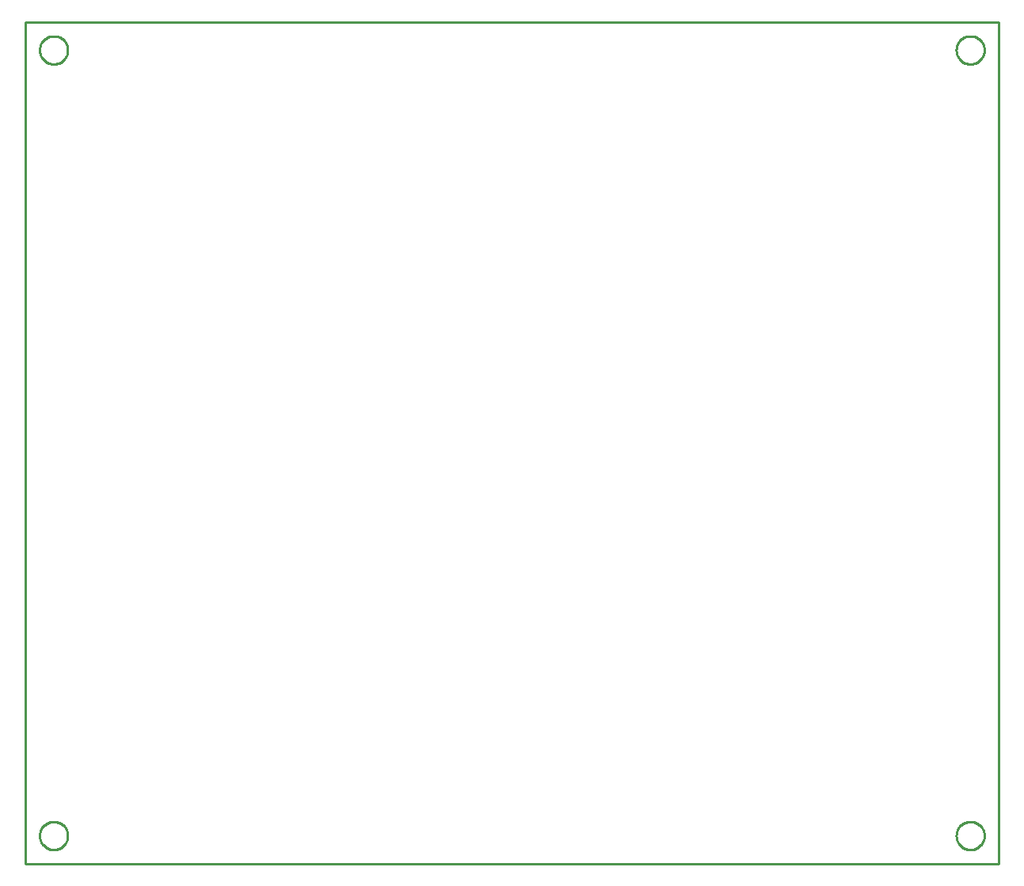
<source format=gbr>
G04 EAGLE Gerber RS-274X export*
G75*
%MOMM*%
%FSLAX34Y34*%
%LPD*%
%IN*%
%IPPOS*%
%AMOC8*
5,1,8,0,0,1.08239X$1,22.5*%
G01*
%ADD10C,0.254000*%


D10*
X0Y0D02*
X1040000Y0D01*
X1040000Y900000D01*
X0Y900000D01*
X0Y0D01*
X45000Y869464D02*
X44924Y868396D01*
X44771Y867335D01*
X44543Y866288D01*
X44241Y865260D01*
X43867Y864256D01*
X43422Y863281D01*
X42908Y862341D01*
X42329Y861440D01*
X41687Y860582D01*
X40985Y859772D01*
X40228Y859015D01*
X39418Y858313D01*
X38560Y857671D01*
X37659Y857092D01*
X36719Y856578D01*
X35744Y856133D01*
X34740Y855759D01*
X33712Y855457D01*
X32665Y855229D01*
X31604Y855076D01*
X30536Y855000D01*
X29464Y855000D01*
X28396Y855076D01*
X27335Y855229D01*
X26288Y855457D01*
X25260Y855759D01*
X24256Y856133D01*
X23281Y856578D01*
X22341Y857092D01*
X21440Y857671D01*
X20582Y858313D01*
X19772Y859015D01*
X19015Y859772D01*
X18313Y860582D01*
X17671Y861440D01*
X17092Y862341D01*
X16578Y863281D01*
X16133Y864256D01*
X15759Y865260D01*
X15457Y866288D01*
X15229Y867335D01*
X15076Y868396D01*
X15000Y869464D01*
X15000Y870536D01*
X15076Y871604D01*
X15229Y872665D01*
X15457Y873712D01*
X15759Y874740D01*
X16133Y875744D01*
X16578Y876719D01*
X17092Y877659D01*
X17671Y878560D01*
X18313Y879418D01*
X19015Y880228D01*
X19772Y880985D01*
X20582Y881687D01*
X21440Y882329D01*
X22341Y882908D01*
X23281Y883422D01*
X24256Y883867D01*
X25260Y884241D01*
X26288Y884543D01*
X27335Y884771D01*
X28396Y884924D01*
X29464Y885000D01*
X30536Y885000D01*
X31604Y884924D01*
X32665Y884771D01*
X33712Y884543D01*
X34740Y884241D01*
X35744Y883867D01*
X36719Y883422D01*
X37659Y882908D01*
X38560Y882329D01*
X39418Y881687D01*
X40228Y880985D01*
X40985Y880228D01*
X41687Y879418D01*
X42329Y878560D01*
X42908Y877659D01*
X43422Y876719D01*
X43867Y875744D01*
X44241Y874740D01*
X44543Y873712D01*
X44771Y872665D01*
X44924Y871604D01*
X45000Y870536D01*
X45000Y869464D01*
X1025000Y869464D02*
X1024924Y868396D01*
X1024771Y867335D01*
X1024543Y866288D01*
X1024241Y865260D01*
X1023867Y864256D01*
X1023422Y863281D01*
X1022908Y862341D01*
X1022329Y861440D01*
X1021687Y860582D01*
X1020985Y859772D01*
X1020228Y859015D01*
X1019418Y858313D01*
X1018560Y857671D01*
X1017659Y857092D01*
X1016719Y856578D01*
X1015744Y856133D01*
X1014740Y855759D01*
X1013712Y855457D01*
X1012665Y855229D01*
X1011604Y855076D01*
X1010536Y855000D01*
X1009464Y855000D01*
X1008396Y855076D01*
X1007335Y855229D01*
X1006288Y855457D01*
X1005260Y855759D01*
X1004256Y856133D01*
X1003281Y856578D01*
X1002341Y857092D01*
X1001440Y857671D01*
X1000582Y858313D01*
X999772Y859015D01*
X999015Y859772D01*
X998313Y860582D01*
X997671Y861440D01*
X997092Y862341D01*
X996578Y863281D01*
X996133Y864256D01*
X995759Y865260D01*
X995457Y866288D01*
X995229Y867335D01*
X995076Y868396D01*
X995000Y869464D01*
X995000Y870536D01*
X995076Y871604D01*
X995229Y872665D01*
X995457Y873712D01*
X995759Y874740D01*
X996133Y875744D01*
X996578Y876719D01*
X997092Y877659D01*
X997671Y878560D01*
X998313Y879418D01*
X999015Y880228D01*
X999772Y880985D01*
X1000582Y881687D01*
X1001440Y882329D01*
X1002341Y882908D01*
X1003281Y883422D01*
X1004256Y883867D01*
X1005260Y884241D01*
X1006288Y884543D01*
X1007335Y884771D01*
X1008396Y884924D01*
X1009464Y885000D01*
X1010536Y885000D01*
X1011604Y884924D01*
X1012665Y884771D01*
X1013712Y884543D01*
X1014740Y884241D01*
X1015744Y883867D01*
X1016719Y883422D01*
X1017659Y882908D01*
X1018560Y882329D01*
X1019418Y881687D01*
X1020228Y880985D01*
X1020985Y880228D01*
X1021687Y879418D01*
X1022329Y878560D01*
X1022908Y877659D01*
X1023422Y876719D01*
X1023867Y875744D01*
X1024241Y874740D01*
X1024543Y873712D01*
X1024771Y872665D01*
X1024924Y871604D01*
X1025000Y870536D01*
X1025000Y869464D01*
X45000Y29464D02*
X44924Y28396D01*
X44771Y27335D01*
X44543Y26288D01*
X44241Y25260D01*
X43867Y24256D01*
X43422Y23281D01*
X42908Y22341D01*
X42329Y21440D01*
X41687Y20582D01*
X40985Y19772D01*
X40228Y19015D01*
X39418Y18313D01*
X38560Y17671D01*
X37659Y17092D01*
X36719Y16578D01*
X35744Y16133D01*
X34740Y15759D01*
X33712Y15457D01*
X32665Y15229D01*
X31604Y15076D01*
X30536Y15000D01*
X29464Y15000D01*
X28396Y15076D01*
X27335Y15229D01*
X26288Y15457D01*
X25260Y15759D01*
X24256Y16133D01*
X23281Y16578D01*
X22341Y17092D01*
X21440Y17671D01*
X20582Y18313D01*
X19772Y19015D01*
X19015Y19772D01*
X18313Y20582D01*
X17671Y21440D01*
X17092Y22341D01*
X16578Y23281D01*
X16133Y24256D01*
X15759Y25260D01*
X15457Y26288D01*
X15229Y27335D01*
X15076Y28396D01*
X15000Y29464D01*
X15000Y30536D01*
X15076Y31604D01*
X15229Y32665D01*
X15457Y33712D01*
X15759Y34740D01*
X16133Y35744D01*
X16578Y36719D01*
X17092Y37659D01*
X17671Y38560D01*
X18313Y39418D01*
X19015Y40228D01*
X19772Y40985D01*
X20582Y41687D01*
X21440Y42329D01*
X22341Y42908D01*
X23281Y43422D01*
X24256Y43867D01*
X25260Y44241D01*
X26288Y44543D01*
X27335Y44771D01*
X28396Y44924D01*
X29464Y45000D01*
X30536Y45000D01*
X31604Y44924D01*
X32665Y44771D01*
X33712Y44543D01*
X34740Y44241D01*
X35744Y43867D01*
X36719Y43422D01*
X37659Y42908D01*
X38560Y42329D01*
X39418Y41687D01*
X40228Y40985D01*
X40985Y40228D01*
X41687Y39418D01*
X42329Y38560D01*
X42908Y37659D01*
X43422Y36719D01*
X43867Y35744D01*
X44241Y34740D01*
X44543Y33712D01*
X44771Y32665D01*
X44924Y31604D01*
X45000Y30536D01*
X45000Y29464D01*
X1025000Y29464D02*
X1024924Y28396D01*
X1024771Y27335D01*
X1024543Y26288D01*
X1024241Y25260D01*
X1023867Y24256D01*
X1023422Y23281D01*
X1022908Y22341D01*
X1022329Y21440D01*
X1021687Y20582D01*
X1020985Y19772D01*
X1020228Y19015D01*
X1019418Y18313D01*
X1018560Y17671D01*
X1017659Y17092D01*
X1016719Y16578D01*
X1015744Y16133D01*
X1014740Y15759D01*
X1013712Y15457D01*
X1012665Y15229D01*
X1011604Y15076D01*
X1010536Y15000D01*
X1009464Y15000D01*
X1008396Y15076D01*
X1007335Y15229D01*
X1006288Y15457D01*
X1005260Y15759D01*
X1004256Y16133D01*
X1003281Y16578D01*
X1002341Y17092D01*
X1001440Y17671D01*
X1000582Y18313D01*
X999772Y19015D01*
X999015Y19772D01*
X998313Y20582D01*
X997671Y21440D01*
X997092Y22341D01*
X996578Y23281D01*
X996133Y24256D01*
X995759Y25260D01*
X995457Y26288D01*
X995229Y27335D01*
X995076Y28396D01*
X995000Y29464D01*
X995000Y30536D01*
X995076Y31604D01*
X995229Y32665D01*
X995457Y33712D01*
X995759Y34740D01*
X996133Y35744D01*
X996578Y36719D01*
X997092Y37659D01*
X997671Y38560D01*
X998313Y39418D01*
X999015Y40228D01*
X999772Y40985D01*
X1000582Y41687D01*
X1001440Y42329D01*
X1002341Y42908D01*
X1003281Y43422D01*
X1004256Y43867D01*
X1005260Y44241D01*
X1006288Y44543D01*
X1007335Y44771D01*
X1008396Y44924D01*
X1009464Y45000D01*
X1010536Y45000D01*
X1011604Y44924D01*
X1012665Y44771D01*
X1013712Y44543D01*
X1014740Y44241D01*
X1015744Y43867D01*
X1016719Y43422D01*
X1017659Y42908D01*
X1018560Y42329D01*
X1019418Y41687D01*
X1020228Y40985D01*
X1020985Y40228D01*
X1021687Y39418D01*
X1022329Y38560D01*
X1022908Y37659D01*
X1023422Y36719D01*
X1023867Y35744D01*
X1024241Y34740D01*
X1024543Y33712D01*
X1024771Y32665D01*
X1024924Y31604D01*
X1025000Y30536D01*
X1025000Y29464D01*
M02*

</source>
